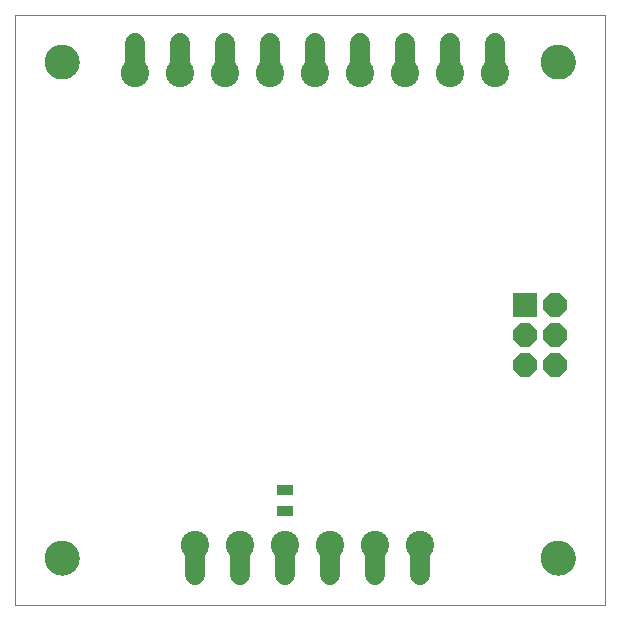
<source format=gbs>
G75*
%MOIN*%
%OFA0B0*%
%FSLAX25Y25*%
%IPPOS*%
%LPD*%
%AMOC8*
5,1,8,0,0,1.08239X$1,22.5*
%
%ADD10C,0.00000*%
%ADD11C,0.11624*%
%ADD12C,0.06537*%
%ADD13C,0.09458*%
%ADD14C,0.06600*%
%ADD15R,0.08000X0.08000*%
%ADD16OC8,0.08000*%
%ADD17R,0.05324X0.03750*%
D10*
X0011800Y0016800D02*
X0011800Y0213650D01*
X0208650Y0213650D01*
X0208650Y0016800D01*
X0011800Y0016800D01*
X0022036Y0032548D02*
X0022038Y0032696D01*
X0022044Y0032844D01*
X0022054Y0032992D01*
X0022068Y0033139D01*
X0022086Y0033286D01*
X0022107Y0033432D01*
X0022133Y0033578D01*
X0022163Y0033723D01*
X0022196Y0033867D01*
X0022234Y0034010D01*
X0022275Y0034152D01*
X0022320Y0034293D01*
X0022368Y0034433D01*
X0022421Y0034572D01*
X0022477Y0034709D01*
X0022537Y0034844D01*
X0022600Y0034978D01*
X0022667Y0035110D01*
X0022738Y0035240D01*
X0022812Y0035368D01*
X0022889Y0035494D01*
X0022970Y0035618D01*
X0023054Y0035740D01*
X0023141Y0035859D01*
X0023232Y0035976D01*
X0023326Y0036091D01*
X0023422Y0036203D01*
X0023522Y0036313D01*
X0023624Y0036419D01*
X0023730Y0036523D01*
X0023838Y0036624D01*
X0023949Y0036722D01*
X0024062Y0036818D01*
X0024178Y0036910D01*
X0024296Y0036999D01*
X0024417Y0037084D01*
X0024540Y0037167D01*
X0024665Y0037246D01*
X0024792Y0037322D01*
X0024921Y0037394D01*
X0025052Y0037463D01*
X0025185Y0037528D01*
X0025320Y0037589D01*
X0025456Y0037647D01*
X0025593Y0037702D01*
X0025732Y0037752D01*
X0025873Y0037799D01*
X0026014Y0037842D01*
X0026157Y0037882D01*
X0026301Y0037917D01*
X0026445Y0037949D01*
X0026591Y0037976D01*
X0026737Y0038000D01*
X0026884Y0038020D01*
X0027031Y0038036D01*
X0027178Y0038048D01*
X0027326Y0038056D01*
X0027474Y0038060D01*
X0027622Y0038060D01*
X0027770Y0038056D01*
X0027918Y0038048D01*
X0028065Y0038036D01*
X0028212Y0038020D01*
X0028359Y0038000D01*
X0028505Y0037976D01*
X0028651Y0037949D01*
X0028795Y0037917D01*
X0028939Y0037882D01*
X0029082Y0037842D01*
X0029223Y0037799D01*
X0029364Y0037752D01*
X0029503Y0037702D01*
X0029640Y0037647D01*
X0029776Y0037589D01*
X0029911Y0037528D01*
X0030044Y0037463D01*
X0030175Y0037394D01*
X0030304Y0037322D01*
X0030431Y0037246D01*
X0030556Y0037167D01*
X0030679Y0037084D01*
X0030800Y0036999D01*
X0030918Y0036910D01*
X0031034Y0036818D01*
X0031147Y0036722D01*
X0031258Y0036624D01*
X0031366Y0036523D01*
X0031472Y0036419D01*
X0031574Y0036313D01*
X0031674Y0036203D01*
X0031770Y0036091D01*
X0031864Y0035976D01*
X0031955Y0035859D01*
X0032042Y0035740D01*
X0032126Y0035618D01*
X0032207Y0035494D01*
X0032284Y0035368D01*
X0032358Y0035240D01*
X0032429Y0035110D01*
X0032496Y0034978D01*
X0032559Y0034844D01*
X0032619Y0034709D01*
X0032675Y0034572D01*
X0032728Y0034433D01*
X0032776Y0034293D01*
X0032821Y0034152D01*
X0032862Y0034010D01*
X0032900Y0033867D01*
X0032933Y0033723D01*
X0032963Y0033578D01*
X0032989Y0033432D01*
X0033010Y0033286D01*
X0033028Y0033139D01*
X0033042Y0032992D01*
X0033052Y0032844D01*
X0033058Y0032696D01*
X0033060Y0032548D01*
X0033058Y0032400D01*
X0033052Y0032252D01*
X0033042Y0032104D01*
X0033028Y0031957D01*
X0033010Y0031810D01*
X0032989Y0031664D01*
X0032963Y0031518D01*
X0032933Y0031373D01*
X0032900Y0031229D01*
X0032862Y0031086D01*
X0032821Y0030944D01*
X0032776Y0030803D01*
X0032728Y0030663D01*
X0032675Y0030524D01*
X0032619Y0030387D01*
X0032559Y0030252D01*
X0032496Y0030118D01*
X0032429Y0029986D01*
X0032358Y0029856D01*
X0032284Y0029728D01*
X0032207Y0029602D01*
X0032126Y0029478D01*
X0032042Y0029356D01*
X0031955Y0029237D01*
X0031864Y0029120D01*
X0031770Y0029005D01*
X0031674Y0028893D01*
X0031574Y0028783D01*
X0031472Y0028677D01*
X0031366Y0028573D01*
X0031258Y0028472D01*
X0031147Y0028374D01*
X0031034Y0028278D01*
X0030918Y0028186D01*
X0030800Y0028097D01*
X0030679Y0028012D01*
X0030556Y0027929D01*
X0030431Y0027850D01*
X0030304Y0027774D01*
X0030175Y0027702D01*
X0030044Y0027633D01*
X0029911Y0027568D01*
X0029776Y0027507D01*
X0029640Y0027449D01*
X0029503Y0027394D01*
X0029364Y0027344D01*
X0029223Y0027297D01*
X0029082Y0027254D01*
X0028939Y0027214D01*
X0028795Y0027179D01*
X0028651Y0027147D01*
X0028505Y0027120D01*
X0028359Y0027096D01*
X0028212Y0027076D01*
X0028065Y0027060D01*
X0027918Y0027048D01*
X0027770Y0027040D01*
X0027622Y0027036D01*
X0027474Y0027036D01*
X0027326Y0027040D01*
X0027178Y0027048D01*
X0027031Y0027060D01*
X0026884Y0027076D01*
X0026737Y0027096D01*
X0026591Y0027120D01*
X0026445Y0027147D01*
X0026301Y0027179D01*
X0026157Y0027214D01*
X0026014Y0027254D01*
X0025873Y0027297D01*
X0025732Y0027344D01*
X0025593Y0027394D01*
X0025456Y0027449D01*
X0025320Y0027507D01*
X0025185Y0027568D01*
X0025052Y0027633D01*
X0024921Y0027702D01*
X0024792Y0027774D01*
X0024665Y0027850D01*
X0024540Y0027929D01*
X0024417Y0028012D01*
X0024296Y0028097D01*
X0024178Y0028186D01*
X0024062Y0028278D01*
X0023949Y0028374D01*
X0023838Y0028472D01*
X0023730Y0028573D01*
X0023624Y0028677D01*
X0023522Y0028783D01*
X0023422Y0028893D01*
X0023326Y0029005D01*
X0023232Y0029120D01*
X0023141Y0029237D01*
X0023054Y0029356D01*
X0022970Y0029478D01*
X0022889Y0029602D01*
X0022812Y0029728D01*
X0022738Y0029856D01*
X0022667Y0029986D01*
X0022600Y0030118D01*
X0022537Y0030252D01*
X0022477Y0030387D01*
X0022421Y0030524D01*
X0022368Y0030663D01*
X0022320Y0030803D01*
X0022275Y0030944D01*
X0022234Y0031086D01*
X0022196Y0031229D01*
X0022163Y0031373D01*
X0022133Y0031518D01*
X0022107Y0031664D01*
X0022086Y0031810D01*
X0022068Y0031957D01*
X0022054Y0032104D01*
X0022044Y0032252D01*
X0022038Y0032400D01*
X0022036Y0032548D01*
X0022036Y0197902D02*
X0022038Y0198050D01*
X0022044Y0198198D01*
X0022054Y0198346D01*
X0022068Y0198493D01*
X0022086Y0198640D01*
X0022107Y0198786D01*
X0022133Y0198932D01*
X0022163Y0199077D01*
X0022196Y0199221D01*
X0022234Y0199364D01*
X0022275Y0199506D01*
X0022320Y0199647D01*
X0022368Y0199787D01*
X0022421Y0199926D01*
X0022477Y0200063D01*
X0022537Y0200198D01*
X0022600Y0200332D01*
X0022667Y0200464D01*
X0022738Y0200594D01*
X0022812Y0200722D01*
X0022889Y0200848D01*
X0022970Y0200972D01*
X0023054Y0201094D01*
X0023141Y0201213D01*
X0023232Y0201330D01*
X0023326Y0201445D01*
X0023422Y0201557D01*
X0023522Y0201667D01*
X0023624Y0201773D01*
X0023730Y0201877D01*
X0023838Y0201978D01*
X0023949Y0202076D01*
X0024062Y0202172D01*
X0024178Y0202264D01*
X0024296Y0202353D01*
X0024417Y0202438D01*
X0024540Y0202521D01*
X0024665Y0202600D01*
X0024792Y0202676D01*
X0024921Y0202748D01*
X0025052Y0202817D01*
X0025185Y0202882D01*
X0025320Y0202943D01*
X0025456Y0203001D01*
X0025593Y0203056D01*
X0025732Y0203106D01*
X0025873Y0203153D01*
X0026014Y0203196D01*
X0026157Y0203236D01*
X0026301Y0203271D01*
X0026445Y0203303D01*
X0026591Y0203330D01*
X0026737Y0203354D01*
X0026884Y0203374D01*
X0027031Y0203390D01*
X0027178Y0203402D01*
X0027326Y0203410D01*
X0027474Y0203414D01*
X0027622Y0203414D01*
X0027770Y0203410D01*
X0027918Y0203402D01*
X0028065Y0203390D01*
X0028212Y0203374D01*
X0028359Y0203354D01*
X0028505Y0203330D01*
X0028651Y0203303D01*
X0028795Y0203271D01*
X0028939Y0203236D01*
X0029082Y0203196D01*
X0029223Y0203153D01*
X0029364Y0203106D01*
X0029503Y0203056D01*
X0029640Y0203001D01*
X0029776Y0202943D01*
X0029911Y0202882D01*
X0030044Y0202817D01*
X0030175Y0202748D01*
X0030304Y0202676D01*
X0030431Y0202600D01*
X0030556Y0202521D01*
X0030679Y0202438D01*
X0030800Y0202353D01*
X0030918Y0202264D01*
X0031034Y0202172D01*
X0031147Y0202076D01*
X0031258Y0201978D01*
X0031366Y0201877D01*
X0031472Y0201773D01*
X0031574Y0201667D01*
X0031674Y0201557D01*
X0031770Y0201445D01*
X0031864Y0201330D01*
X0031955Y0201213D01*
X0032042Y0201094D01*
X0032126Y0200972D01*
X0032207Y0200848D01*
X0032284Y0200722D01*
X0032358Y0200594D01*
X0032429Y0200464D01*
X0032496Y0200332D01*
X0032559Y0200198D01*
X0032619Y0200063D01*
X0032675Y0199926D01*
X0032728Y0199787D01*
X0032776Y0199647D01*
X0032821Y0199506D01*
X0032862Y0199364D01*
X0032900Y0199221D01*
X0032933Y0199077D01*
X0032963Y0198932D01*
X0032989Y0198786D01*
X0033010Y0198640D01*
X0033028Y0198493D01*
X0033042Y0198346D01*
X0033052Y0198198D01*
X0033058Y0198050D01*
X0033060Y0197902D01*
X0033058Y0197754D01*
X0033052Y0197606D01*
X0033042Y0197458D01*
X0033028Y0197311D01*
X0033010Y0197164D01*
X0032989Y0197018D01*
X0032963Y0196872D01*
X0032933Y0196727D01*
X0032900Y0196583D01*
X0032862Y0196440D01*
X0032821Y0196298D01*
X0032776Y0196157D01*
X0032728Y0196017D01*
X0032675Y0195878D01*
X0032619Y0195741D01*
X0032559Y0195606D01*
X0032496Y0195472D01*
X0032429Y0195340D01*
X0032358Y0195210D01*
X0032284Y0195082D01*
X0032207Y0194956D01*
X0032126Y0194832D01*
X0032042Y0194710D01*
X0031955Y0194591D01*
X0031864Y0194474D01*
X0031770Y0194359D01*
X0031674Y0194247D01*
X0031574Y0194137D01*
X0031472Y0194031D01*
X0031366Y0193927D01*
X0031258Y0193826D01*
X0031147Y0193728D01*
X0031034Y0193632D01*
X0030918Y0193540D01*
X0030800Y0193451D01*
X0030679Y0193366D01*
X0030556Y0193283D01*
X0030431Y0193204D01*
X0030304Y0193128D01*
X0030175Y0193056D01*
X0030044Y0192987D01*
X0029911Y0192922D01*
X0029776Y0192861D01*
X0029640Y0192803D01*
X0029503Y0192748D01*
X0029364Y0192698D01*
X0029223Y0192651D01*
X0029082Y0192608D01*
X0028939Y0192568D01*
X0028795Y0192533D01*
X0028651Y0192501D01*
X0028505Y0192474D01*
X0028359Y0192450D01*
X0028212Y0192430D01*
X0028065Y0192414D01*
X0027918Y0192402D01*
X0027770Y0192394D01*
X0027622Y0192390D01*
X0027474Y0192390D01*
X0027326Y0192394D01*
X0027178Y0192402D01*
X0027031Y0192414D01*
X0026884Y0192430D01*
X0026737Y0192450D01*
X0026591Y0192474D01*
X0026445Y0192501D01*
X0026301Y0192533D01*
X0026157Y0192568D01*
X0026014Y0192608D01*
X0025873Y0192651D01*
X0025732Y0192698D01*
X0025593Y0192748D01*
X0025456Y0192803D01*
X0025320Y0192861D01*
X0025185Y0192922D01*
X0025052Y0192987D01*
X0024921Y0193056D01*
X0024792Y0193128D01*
X0024665Y0193204D01*
X0024540Y0193283D01*
X0024417Y0193366D01*
X0024296Y0193451D01*
X0024178Y0193540D01*
X0024062Y0193632D01*
X0023949Y0193728D01*
X0023838Y0193826D01*
X0023730Y0193927D01*
X0023624Y0194031D01*
X0023522Y0194137D01*
X0023422Y0194247D01*
X0023326Y0194359D01*
X0023232Y0194474D01*
X0023141Y0194591D01*
X0023054Y0194710D01*
X0022970Y0194832D01*
X0022889Y0194956D01*
X0022812Y0195082D01*
X0022738Y0195210D01*
X0022667Y0195340D01*
X0022600Y0195472D01*
X0022537Y0195606D01*
X0022477Y0195741D01*
X0022421Y0195878D01*
X0022368Y0196017D01*
X0022320Y0196157D01*
X0022275Y0196298D01*
X0022234Y0196440D01*
X0022196Y0196583D01*
X0022163Y0196727D01*
X0022133Y0196872D01*
X0022107Y0197018D01*
X0022086Y0197164D01*
X0022068Y0197311D01*
X0022054Y0197458D01*
X0022044Y0197606D01*
X0022038Y0197754D01*
X0022036Y0197902D01*
X0187390Y0197902D02*
X0187392Y0198050D01*
X0187398Y0198198D01*
X0187408Y0198346D01*
X0187422Y0198493D01*
X0187440Y0198640D01*
X0187461Y0198786D01*
X0187487Y0198932D01*
X0187517Y0199077D01*
X0187550Y0199221D01*
X0187588Y0199364D01*
X0187629Y0199506D01*
X0187674Y0199647D01*
X0187722Y0199787D01*
X0187775Y0199926D01*
X0187831Y0200063D01*
X0187891Y0200198D01*
X0187954Y0200332D01*
X0188021Y0200464D01*
X0188092Y0200594D01*
X0188166Y0200722D01*
X0188243Y0200848D01*
X0188324Y0200972D01*
X0188408Y0201094D01*
X0188495Y0201213D01*
X0188586Y0201330D01*
X0188680Y0201445D01*
X0188776Y0201557D01*
X0188876Y0201667D01*
X0188978Y0201773D01*
X0189084Y0201877D01*
X0189192Y0201978D01*
X0189303Y0202076D01*
X0189416Y0202172D01*
X0189532Y0202264D01*
X0189650Y0202353D01*
X0189771Y0202438D01*
X0189894Y0202521D01*
X0190019Y0202600D01*
X0190146Y0202676D01*
X0190275Y0202748D01*
X0190406Y0202817D01*
X0190539Y0202882D01*
X0190674Y0202943D01*
X0190810Y0203001D01*
X0190947Y0203056D01*
X0191086Y0203106D01*
X0191227Y0203153D01*
X0191368Y0203196D01*
X0191511Y0203236D01*
X0191655Y0203271D01*
X0191799Y0203303D01*
X0191945Y0203330D01*
X0192091Y0203354D01*
X0192238Y0203374D01*
X0192385Y0203390D01*
X0192532Y0203402D01*
X0192680Y0203410D01*
X0192828Y0203414D01*
X0192976Y0203414D01*
X0193124Y0203410D01*
X0193272Y0203402D01*
X0193419Y0203390D01*
X0193566Y0203374D01*
X0193713Y0203354D01*
X0193859Y0203330D01*
X0194005Y0203303D01*
X0194149Y0203271D01*
X0194293Y0203236D01*
X0194436Y0203196D01*
X0194577Y0203153D01*
X0194718Y0203106D01*
X0194857Y0203056D01*
X0194994Y0203001D01*
X0195130Y0202943D01*
X0195265Y0202882D01*
X0195398Y0202817D01*
X0195529Y0202748D01*
X0195658Y0202676D01*
X0195785Y0202600D01*
X0195910Y0202521D01*
X0196033Y0202438D01*
X0196154Y0202353D01*
X0196272Y0202264D01*
X0196388Y0202172D01*
X0196501Y0202076D01*
X0196612Y0201978D01*
X0196720Y0201877D01*
X0196826Y0201773D01*
X0196928Y0201667D01*
X0197028Y0201557D01*
X0197124Y0201445D01*
X0197218Y0201330D01*
X0197309Y0201213D01*
X0197396Y0201094D01*
X0197480Y0200972D01*
X0197561Y0200848D01*
X0197638Y0200722D01*
X0197712Y0200594D01*
X0197783Y0200464D01*
X0197850Y0200332D01*
X0197913Y0200198D01*
X0197973Y0200063D01*
X0198029Y0199926D01*
X0198082Y0199787D01*
X0198130Y0199647D01*
X0198175Y0199506D01*
X0198216Y0199364D01*
X0198254Y0199221D01*
X0198287Y0199077D01*
X0198317Y0198932D01*
X0198343Y0198786D01*
X0198364Y0198640D01*
X0198382Y0198493D01*
X0198396Y0198346D01*
X0198406Y0198198D01*
X0198412Y0198050D01*
X0198414Y0197902D01*
X0198412Y0197754D01*
X0198406Y0197606D01*
X0198396Y0197458D01*
X0198382Y0197311D01*
X0198364Y0197164D01*
X0198343Y0197018D01*
X0198317Y0196872D01*
X0198287Y0196727D01*
X0198254Y0196583D01*
X0198216Y0196440D01*
X0198175Y0196298D01*
X0198130Y0196157D01*
X0198082Y0196017D01*
X0198029Y0195878D01*
X0197973Y0195741D01*
X0197913Y0195606D01*
X0197850Y0195472D01*
X0197783Y0195340D01*
X0197712Y0195210D01*
X0197638Y0195082D01*
X0197561Y0194956D01*
X0197480Y0194832D01*
X0197396Y0194710D01*
X0197309Y0194591D01*
X0197218Y0194474D01*
X0197124Y0194359D01*
X0197028Y0194247D01*
X0196928Y0194137D01*
X0196826Y0194031D01*
X0196720Y0193927D01*
X0196612Y0193826D01*
X0196501Y0193728D01*
X0196388Y0193632D01*
X0196272Y0193540D01*
X0196154Y0193451D01*
X0196033Y0193366D01*
X0195910Y0193283D01*
X0195785Y0193204D01*
X0195658Y0193128D01*
X0195529Y0193056D01*
X0195398Y0192987D01*
X0195265Y0192922D01*
X0195130Y0192861D01*
X0194994Y0192803D01*
X0194857Y0192748D01*
X0194718Y0192698D01*
X0194577Y0192651D01*
X0194436Y0192608D01*
X0194293Y0192568D01*
X0194149Y0192533D01*
X0194005Y0192501D01*
X0193859Y0192474D01*
X0193713Y0192450D01*
X0193566Y0192430D01*
X0193419Y0192414D01*
X0193272Y0192402D01*
X0193124Y0192394D01*
X0192976Y0192390D01*
X0192828Y0192390D01*
X0192680Y0192394D01*
X0192532Y0192402D01*
X0192385Y0192414D01*
X0192238Y0192430D01*
X0192091Y0192450D01*
X0191945Y0192474D01*
X0191799Y0192501D01*
X0191655Y0192533D01*
X0191511Y0192568D01*
X0191368Y0192608D01*
X0191227Y0192651D01*
X0191086Y0192698D01*
X0190947Y0192748D01*
X0190810Y0192803D01*
X0190674Y0192861D01*
X0190539Y0192922D01*
X0190406Y0192987D01*
X0190275Y0193056D01*
X0190146Y0193128D01*
X0190019Y0193204D01*
X0189894Y0193283D01*
X0189771Y0193366D01*
X0189650Y0193451D01*
X0189532Y0193540D01*
X0189416Y0193632D01*
X0189303Y0193728D01*
X0189192Y0193826D01*
X0189084Y0193927D01*
X0188978Y0194031D01*
X0188876Y0194137D01*
X0188776Y0194247D01*
X0188680Y0194359D01*
X0188586Y0194474D01*
X0188495Y0194591D01*
X0188408Y0194710D01*
X0188324Y0194832D01*
X0188243Y0194956D01*
X0188166Y0195082D01*
X0188092Y0195210D01*
X0188021Y0195340D01*
X0187954Y0195472D01*
X0187891Y0195606D01*
X0187831Y0195741D01*
X0187775Y0195878D01*
X0187722Y0196017D01*
X0187674Y0196157D01*
X0187629Y0196298D01*
X0187588Y0196440D01*
X0187550Y0196583D01*
X0187517Y0196727D01*
X0187487Y0196872D01*
X0187461Y0197018D01*
X0187440Y0197164D01*
X0187422Y0197311D01*
X0187408Y0197458D01*
X0187398Y0197606D01*
X0187392Y0197754D01*
X0187390Y0197902D01*
X0187390Y0032548D02*
X0187392Y0032696D01*
X0187398Y0032844D01*
X0187408Y0032992D01*
X0187422Y0033139D01*
X0187440Y0033286D01*
X0187461Y0033432D01*
X0187487Y0033578D01*
X0187517Y0033723D01*
X0187550Y0033867D01*
X0187588Y0034010D01*
X0187629Y0034152D01*
X0187674Y0034293D01*
X0187722Y0034433D01*
X0187775Y0034572D01*
X0187831Y0034709D01*
X0187891Y0034844D01*
X0187954Y0034978D01*
X0188021Y0035110D01*
X0188092Y0035240D01*
X0188166Y0035368D01*
X0188243Y0035494D01*
X0188324Y0035618D01*
X0188408Y0035740D01*
X0188495Y0035859D01*
X0188586Y0035976D01*
X0188680Y0036091D01*
X0188776Y0036203D01*
X0188876Y0036313D01*
X0188978Y0036419D01*
X0189084Y0036523D01*
X0189192Y0036624D01*
X0189303Y0036722D01*
X0189416Y0036818D01*
X0189532Y0036910D01*
X0189650Y0036999D01*
X0189771Y0037084D01*
X0189894Y0037167D01*
X0190019Y0037246D01*
X0190146Y0037322D01*
X0190275Y0037394D01*
X0190406Y0037463D01*
X0190539Y0037528D01*
X0190674Y0037589D01*
X0190810Y0037647D01*
X0190947Y0037702D01*
X0191086Y0037752D01*
X0191227Y0037799D01*
X0191368Y0037842D01*
X0191511Y0037882D01*
X0191655Y0037917D01*
X0191799Y0037949D01*
X0191945Y0037976D01*
X0192091Y0038000D01*
X0192238Y0038020D01*
X0192385Y0038036D01*
X0192532Y0038048D01*
X0192680Y0038056D01*
X0192828Y0038060D01*
X0192976Y0038060D01*
X0193124Y0038056D01*
X0193272Y0038048D01*
X0193419Y0038036D01*
X0193566Y0038020D01*
X0193713Y0038000D01*
X0193859Y0037976D01*
X0194005Y0037949D01*
X0194149Y0037917D01*
X0194293Y0037882D01*
X0194436Y0037842D01*
X0194577Y0037799D01*
X0194718Y0037752D01*
X0194857Y0037702D01*
X0194994Y0037647D01*
X0195130Y0037589D01*
X0195265Y0037528D01*
X0195398Y0037463D01*
X0195529Y0037394D01*
X0195658Y0037322D01*
X0195785Y0037246D01*
X0195910Y0037167D01*
X0196033Y0037084D01*
X0196154Y0036999D01*
X0196272Y0036910D01*
X0196388Y0036818D01*
X0196501Y0036722D01*
X0196612Y0036624D01*
X0196720Y0036523D01*
X0196826Y0036419D01*
X0196928Y0036313D01*
X0197028Y0036203D01*
X0197124Y0036091D01*
X0197218Y0035976D01*
X0197309Y0035859D01*
X0197396Y0035740D01*
X0197480Y0035618D01*
X0197561Y0035494D01*
X0197638Y0035368D01*
X0197712Y0035240D01*
X0197783Y0035110D01*
X0197850Y0034978D01*
X0197913Y0034844D01*
X0197973Y0034709D01*
X0198029Y0034572D01*
X0198082Y0034433D01*
X0198130Y0034293D01*
X0198175Y0034152D01*
X0198216Y0034010D01*
X0198254Y0033867D01*
X0198287Y0033723D01*
X0198317Y0033578D01*
X0198343Y0033432D01*
X0198364Y0033286D01*
X0198382Y0033139D01*
X0198396Y0032992D01*
X0198406Y0032844D01*
X0198412Y0032696D01*
X0198414Y0032548D01*
X0198412Y0032400D01*
X0198406Y0032252D01*
X0198396Y0032104D01*
X0198382Y0031957D01*
X0198364Y0031810D01*
X0198343Y0031664D01*
X0198317Y0031518D01*
X0198287Y0031373D01*
X0198254Y0031229D01*
X0198216Y0031086D01*
X0198175Y0030944D01*
X0198130Y0030803D01*
X0198082Y0030663D01*
X0198029Y0030524D01*
X0197973Y0030387D01*
X0197913Y0030252D01*
X0197850Y0030118D01*
X0197783Y0029986D01*
X0197712Y0029856D01*
X0197638Y0029728D01*
X0197561Y0029602D01*
X0197480Y0029478D01*
X0197396Y0029356D01*
X0197309Y0029237D01*
X0197218Y0029120D01*
X0197124Y0029005D01*
X0197028Y0028893D01*
X0196928Y0028783D01*
X0196826Y0028677D01*
X0196720Y0028573D01*
X0196612Y0028472D01*
X0196501Y0028374D01*
X0196388Y0028278D01*
X0196272Y0028186D01*
X0196154Y0028097D01*
X0196033Y0028012D01*
X0195910Y0027929D01*
X0195785Y0027850D01*
X0195658Y0027774D01*
X0195529Y0027702D01*
X0195398Y0027633D01*
X0195265Y0027568D01*
X0195130Y0027507D01*
X0194994Y0027449D01*
X0194857Y0027394D01*
X0194718Y0027344D01*
X0194577Y0027297D01*
X0194436Y0027254D01*
X0194293Y0027214D01*
X0194149Y0027179D01*
X0194005Y0027147D01*
X0193859Y0027120D01*
X0193713Y0027096D01*
X0193566Y0027076D01*
X0193419Y0027060D01*
X0193272Y0027048D01*
X0193124Y0027040D01*
X0192976Y0027036D01*
X0192828Y0027036D01*
X0192680Y0027040D01*
X0192532Y0027048D01*
X0192385Y0027060D01*
X0192238Y0027076D01*
X0192091Y0027096D01*
X0191945Y0027120D01*
X0191799Y0027147D01*
X0191655Y0027179D01*
X0191511Y0027214D01*
X0191368Y0027254D01*
X0191227Y0027297D01*
X0191086Y0027344D01*
X0190947Y0027394D01*
X0190810Y0027449D01*
X0190674Y0027507D01*
X0190539Y0027568D01*
X0190406Y0027633D01*
X0190275Y0027702D01*
X0190146Y0027774D01*
X0190019Y0027850D01*
X0189894Y0027929D01*
X0189771Y0028012D01*
X0189650Y0028097D01*
X0189532Y0028186D01*
X0189416Y0028278D01*
X0189303Y0028374D01*
X0189192Y0028472D01*
X0189084Y0028573D01*
X0188978Y0028677D01*
X0188876Y0028783D01*
X0188776Y0028893D01*
X0188680Y0029005D01*
X0188586Y0029120D01*
X0188495Y0029237D01*
X0188408Y0029356D01*
X0188324Y0029478D01*
X0188243Y0029602D01*
X0188166Y0029728D01*
X0188092Y0029856D01*
X0188021Y0029986D01*
X0187954Y0030118D01*
X0187891Y0030252D01*
X0187831Y0030387D01*
X0187775Y0030524D01*
X0187722Y0030663D01*
X0187674Y0030803D01*
X0187629Y0030944D01*
X0187588Y0031086D01*
X0187550Y0031229D01*
X0187517Y0031373D01*
X0187487Y0031518D01*
X0187461Y0031664D01*
X0187440Y0031810D01*
X0187422Y0031957D01*
X0187408Y0032104D01*
X0187398Y0032252D01*
X0187392Y0032400D01*
X0187390Y0032548D01*
D11*
X0192902Y0032548D03*
X0027548Y0032548D03*
X0027548Y0197902D03*
X0192902Y0197902D03*
D12*
X0171800Y0204300D03*
X0156800Y0204300D03*
X0141800Y0204300D03*
X0126800Y0204300D03*
X0111800Y0204300D03*
X0096800Y0204300D03*
X0081800Y0204300D03*
X0066800Y0204300D03*
X0051800Y0204300D03*
X0071800Y0026800D03*
X0086800Y0026800D03*
X0101800Y0026800D03*
X0116800Y0026800D03*
X0131800Y0026800D03*
X0146800Y0026800D03*
D13*
X0146800Y0036800D03*
X0131800Y0036800D03*
X0116800Y0036800D03*
X0101800Y0036800D03*
X0086800Y0036800D03*
X0071800Y0036800D03*
X0066800Y0194300D03*
X0051800Y0194300D03*
X0081800Y0194300D03*
X0096800Y0194300D03*
X0111800Y0194300D03*
X0126800Y0194300D03*
X0141800Y0194300D03*
X0156800Y0194300D03*
X0171800Y0194300D03*
D14*
X0171800Y0204300D01*
X0156800Y0204300D02*
X0156800Y0194300D01*
X0141800Y0194300D02*
X0141800Y0204300D01*
X0126800Y0204300D02*
X0126800Y0194300D01*
X0111800Y0194300D02*
X0111800Y0204300D01*
X0096800Y0204300D02*
X0096800Y0194300D01*
X0081800Y0194300D02*
X0081800Y0204300D01*
X0066800Y0204300D02*
X0066800Y0194300D01*
X0051800Y0194300D02*
X0051800Y0204300D01*
X0071800Y0036800D02*
X0071800Y0026800D01*
X0086800Y0026800D02*
X0086800Y0036800D01*
X0101800Y0036800D02*
X0101800Y0026800D01*
X0116800Y0026800D02*
X0116800Y0036800D01*
X0131800Y0036800D02*
X0131800Y0026800D01*
X0146800Y0026800D02*
X0146800Y0036800D01*
D15*
X0181800Y0116800D03*
D16*
X0191800Y0116800D03*
X0191800Y0106800D03*
X0191800Y0096800D03*
X0181800Y0096800D03*
X0181800Y0106800D03*
D17*
X0101800Y0055343D03*
X0101800Y0048257D03*
M02*

</source>
